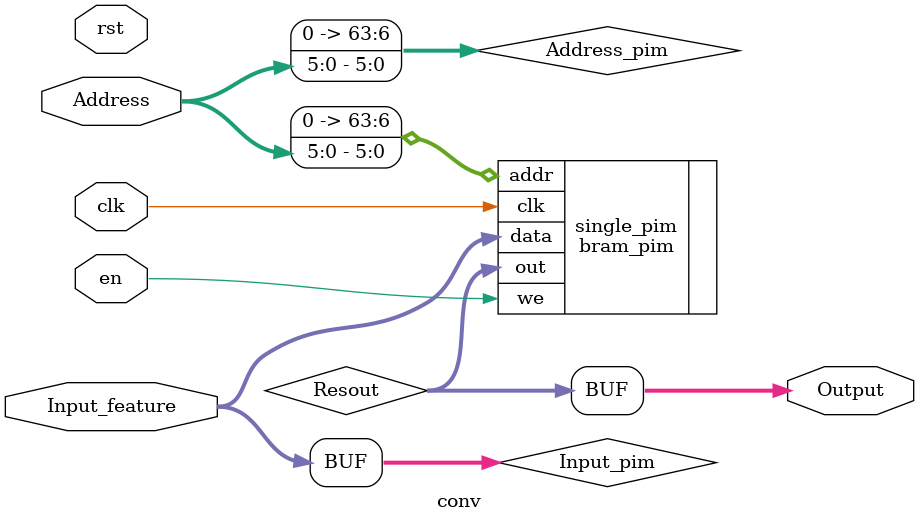
<source format=v>
/*
 * @Author: haozhang-hoge haozhang@mail.sdu.edu.cn
 * @Date: 2022-11-29 10:08:30
 * @LastEditors: haozhang-hoge haozhang@mail.sdu.edu.cn
 * @LastEditTime: 2022-11-29 17:02:44
 * @FilePath: /Smokescreen/Flow/Circuit/CONV/PIM/conv.v
 * @Description: the basic component of PIM
 * 
 * Copyright (c) 2022 by haozhang-hoge haozhang@mail.sdu.edu.cn, All Rights Reserved. 
 */




// Parameter:
// CROSS_SIZE, crossbar size (number of input ports) (default: 64), we use 64 for 64x64 crossbar
// MAP_WIDTH, the column of crossbar we used (default: 6), we use log(64) for 64x64 crossbar
// ADC_P, ADC precision, we use 8 bits ADC
module conv #(parameter CROSS_SIZE = 64, DEPTH = 6, ADC_P = 8) (
	input clk, 
	input rst,
	input en,	// enable
	input [CROSS_SIZE-1:0] Input_feature,
	input [DEPTH-1:0] Address,
	output [ADC_P-1:0] Output	// size should increase to hold the sum of products
	);
	wire [CROSS_SIZE-1:0] Input_pim;
	wire [CROSS_SIZE-1:0] Address_pim;
	wire [ADC_P-1:0] Resout;
	assign Input_pim = Input_feature;
	assign Address_pim = Address;
	bram_pim single_pim(
		.data(Input_pim),
		.addr(Address_pim),
		.we(en),
		.out(Resout),
		.clk(clk)
	);
	assign Output = Resout;

endmodule
</source>
